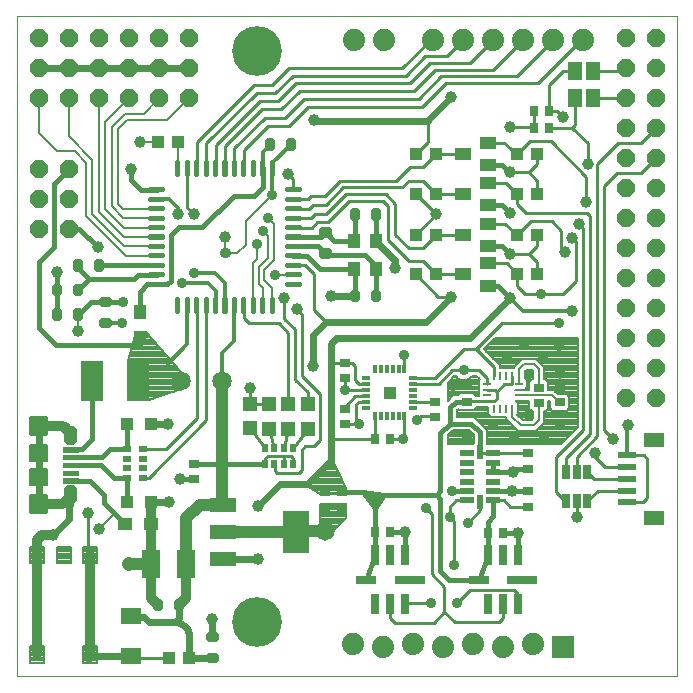
<source format=gtl>
G75*
G70*
%OFA0B0*%
%FSLAX24Y24*%
%IPPOS*%
%LPD*%
%AMOC8*
5,1,8,0,0,1.08239X$1,22.5*
%
%ADD10C,0.0000*%
%ADD11R,0.0118X0.0315*%
%ADD12R,0.0315X0.0118*%
%ADD13R,0.0394X0.0394*%
%ADD14R,0.0472X0.0197*%
%ADD15R,0.0197X0.0472*%
%ADD16R,0.0354X0.0276*%
%ADD17R,0.0276X0.0354*%
%ADD18R,0.0256X0.0110*%
%ADD19R,0.0110X0.0256*%
%ADD20R,0.0709X0.0472*%
%ADD21R,0.0610X0.0236*%
%ADD22C,0.0740*%
%ADD23OC8,0.0610*%
%ADD24R,0.0472X0.0472*%
%ADD25C,0.0283*%
%ADD26R,0.0748X0.1339*%
%ADD27R,0.0472X0.0394*%
%ADD28R,0.0256X0.0197*%
%ADD29R,0.0394X0.0472*%
%ADD30C,0.0142*%
%ADD31C,0.0394*%
%ADD32R,0.0630X0.0945*%
%ADD33C,0.0083*%
%ADD34R,0.0197X0.0256*%
%ADD35R,0.0413X0.0512*%
%ADD36R,0.0709X0.0551*%
%ADD37C,0.0122*%
%ADD38C,0.0320*%
%ADD39C,0.0016*%
%ADD40C,0.0060*%
%ADD41R,0.0984X0.0315*%
%ADD42R,0.0657X0.0315*%
%ADD43R,0.0315X0.0657*%
%ADD44R,0.0740X0.0740*%
%ADD45R,0.0460X0.0630*%
%ADD46OC8,0.0600*%
%ADD47R,0.0250X0.0500*%
%ADD48R,0.0551X0.0394*%
%ADD49R,0.0433X0.0394*%
%ADD50R,0.0880X0.0480*%
%ADD51R,0.0866X0.1417*%
%ADD52R,0.0394X0.0433*%
%ADD53C,0.0160*%
%ADD54C,0.0240*%
%ADD55C,0.0396*%
%ADD56C,0.0400*%
%ADD57C,0.0475*%
%ADD58C,0.0100*%
%ADD59C,0.0120*%
%ADD60C,0.0080*%
%ADD61C,0.0650*%
%ADD62C,0.0357*%
%ADD63C,0.1660*%
D10*
X000315Y002186D02*
X022315Y002186D01*
X022315Y024186D01*
X000315Y024186D01*
X000315Y002186D01*
X000812Y007856D02*
X000814Y007879D01*
X000820Y007902D01*
X000830Y007923D01*
X000843Y007943D01*
X000859Y007960D01*
X000878Y007974D01*
X000899Y007984D01*
X000921Y007991D01*
X000944Y007994D01*
X000968Y007993D01*
X000990Y007988D01*
X001012Y007979D01*
X001032Y007967D01*
X001050Y007951D01*
X001064Y007933D01*
X001076Y007913D01*
X001084Y007891D01*
X001088Y007868D01*
X001088Y007844D01*
X001084Y007821D01*
X001076Y007799D01*
X001064Y007779D01*
X001050Y007761D01*
X001032Y007745D01*
X001012Y007733D01*
X000990Y007724D01*
X000968Y007719D01*
X000944Y007718D01*
X000921Y007721D01*
X000899Y007728D01*
X000878Y007738D01*
X000859Y007752D01*
X000843Y007769D01*
X000830Y007789D01*
X000820Y007810D01*
X000814Y007833D01*
X000812Y007856D01*
X001012Y007856D02*
X001014Y007879D01*
X001020Y007902D01*
X001030Y007923D01*
X001043Y007943D01*
X001059Y007960D01*
X001078Y007974D01*
X001099Y007984D01*
X001121Y007991D01*
X001144Y007994D01*
X001168Y007993D01*
X001190Y007988D01*
X001212Y007979D01*
X001232Y007967D01*
X001250Y007951D01*
X001264Y007933D01*
X001276Y007913D01*
X001284Y007891D01*
X001288Y007868D01*
X001288Y007844D01*
X001284Y007821D01*
X001276Y007799D01*
X001264Y007779D01*
X001250Y007761D01*
X001232Y007745D01*
X001212Y007733D01*
X001190Y007724D01*
X001168Y007719D01*
X001144Y007718D01*
X001121Y007721D01*
X001099Y007728D01*
X001078Y007738D01*
X001059Y007752D01*
X001043Y007769D01*
X001030Y007789D01*
X001020Y007810D01*
X001014Y007833D01*
X001012Y007856D01*
X001972Y008206D02*
X001974Y008229D01*
X001980Y008252D01*
X001990Y008273D01*
X002003Y008293D01*
X002019Y008310D01*
X002038Y008324D01*
X002059Y008334D01*
X002081Y008341D01*
X002104Y008344D01*
X002128Y008343D01*
X002150Y008338D01*
X002172Y008329D01*
X002192Y008317D01*
X002210Y008301D01*
X002224Y008283D01*
X002236Y008263D01*
X002244Y008241D01*
X002248Y008218D01*
X002248Y008194D01*
X002244Y008171D01*
X002236Y008149D01*
X002224Y008129D01*
X002210Y008111D01*
X002192Y008095D01*
X002172Y008083D01*
X002150Y008074D01*
X002128Y008069D01*
X002104Y008068D01*
X002081Y008071D01*
X002059Y008078D01*
X002038Y008088D01*
X002019Y008102D01*
X002003Y008119D01*
X001990Y008139D01*
X001980Y008160D01*
X001974Y008183D01*
X001972Y008206D01*
X001972Y008306D02*
X001974Y008329D01*
X001980Y008352D01*
X001990Y008373D01*
X002003Y008393D01*
X002019Y008410D01*
X002038Y008424D01*
X002059Y008434D01*
X002081Y008441D01*
X002104Y008444D01*
X002128Y008443D01*
X002150Y008438D01*
X002172Y008429D01*
X002192Y008417D01*
X002210Y008401D01*
X002224Y008383D01*
X002236Y008363D01*
X002244Y008341D01*
X002248Y008318D01*
X002248Y008294D01*
X002244Y008271D01*
X002236Y008249D01*
X002224Y008229D01*
X002210Y008211D01*
X002192Y008195D01*
X002172Y008183D01*
X002150Y008174D01*
X002128Y008169D01*
X002104Y008168D01*
X002081Y008171D01*
X002059Y008178D01*
X002038Y008188D01*
X002019Y008202D01*
X002003Y008219D01*
X001990Y008239D01*
X001980Y008260D01*
X001974Y008283D01*
X001972Y008306D01*
X001972Y010166D02*
X001974Y010189D01*
X001980Y010212D01*
X001990Y010233D01*
X002003Y010253D01*
X002019Y010270D01*
X002038Y010284D01*
X002059Y010294D01*
X002081Y010301D01*
X002104Y010304D01*
X002128Y010303D01*
X002150Y010298D01*
X002172Y010289D01*
X002192Y010277D01*
X002210Y010261D01*
X002224Y010243D01*
X002236Y010223D01*
X002244Y010201D01*
X002248Y010178D01*
X002248Y010154D01*
X002244Y010131D01*
X002236Y010109D01*
X002224Y010089D01*
X002210Y010071D01*
X002192Y010055D01*
X002172Y010043D01*
X002150Y010034D01*
X002128Y010029D01*
X002104Y010028D01*
X002081Y010031D01*
X002059Y010038D01*
X002038Y010048D01*
X002019Y010062D01*
X002003Y010079D01*
X001990Y010099D01*
X001980Y010120D01*
X001974Y010143D01*
X001972Y010166D01*
X001972Y010266D02*
X001974Y010289D01*
X001980Y010312D01*
X001990Y010333D01*
X002003Y010353D01*
X002019Y010370D01*
X002038Y010384D01*
X002059Y010394D01*
X002081Y010401D01*
X002104Y010404D01*
X002128Y010403D01*
X002150Y010398D01*
X002172Y010389D01*
X002192Y010377D01*
X002210Y010361D01*
X002224Y010343D01*
X002236Y010323D01*
X002244Y010301D01*
X002248Y010278D01*
X002248Y010254D01*
X002244Y010231D01*
X002236Y010209D01*
X002224Y010189D01*
X002210Y010171D01*
X002192Y010155D01*
X002172Y010143D01*
X002150Y010134D01*
X002128Y010129D01*
X002104Y010128D01*
X002081Y010131D01*
X002059Y010138D01*
X002038Y010148D01*
X002019Y010162D01*
X002003Y010179D01*
X001990Y010199D01*
X001980Y010220D01*
X001974Y010243D01*
X001972Y010266D01*
X001012Y010616D02*
X001014Y010639D01*
X001020Y010662D01*
X001030Y010683D01*
X001043Y010703D01*
X001059Y010720D01*
X001078Y010734D01*
X001099Y010744D01*
X001121Y010751D01*
X001144Y010754D01*
X001168Y010753D01*
X001190Y010748D01*
X001212Y010739D01*
X001232Y010727D01*
X001250Y010711D01*
X001264Y010693D01*
X001276Y010673D01*
X001284Y010651D01*
X001288Y010628D01*
X001288Y010604D01*
X001284Y010581D01*
X001276Y010559D01*
X001264Y010539D01*
X001250Y010521D01*
X001232Y010505D01*
X001212Y010493D01*
X001190Y010484D01*
X001168Y010479D01*
X001144Y010478D01*
X001121Y010481D01*
X001099Y010488D01*
X001078Y010498D01*
X001059Y010512D01*
X001043Y010529D01*
X001030Y010549D01*
X001020Y010570D01*
X001014Y010593D01*
X001012Y010616D01*
X000812Y010616D02*
X000814Y010639D01*
X000820Y010662D01*
X000830Y010683D01*
X000843Y010703D01*
X000859Y010720D01*
X000878Y010734D01*
X000899Y010744D01*
X000921Y010751D01*
X000944Y010754D01*
X000968Y010753D01*
X000990Y010748D01*
X001012Y010739D01*
X001032Y010727D01*
X001050Y010711D01*
X001064Y010693D01*
X001076Y010673D01*
X001084Y010651D01*
X001088Y010628D01*
X001088Y010604D01*
X001084Y010581D01*
X001076Y010559D01*
X001064Y010539D01*
X001050Y010521D01*
X001032Y010505D01*
X001012Y010493D01*
X000990Y010484D01*
X000968Y010479D01*
X000944Y010478D01*
X000921Y010481D01*
X000899Y010488D01*
X000878Y010498D01*
X000859Y010512D01*
X000843Y010529D01*
X000830Y010549D01*
X000820Y010570D01*
X000814Y010593D01*
X000812Y010616D01*
D11*
X012263Y010854D03*
X012460Y010854D03*
X012657Y010854D03*
X012853Y010854D03*
X013050Y010854D03*
X013247Y010854D03*
X013247Y012429D03*
X013050Y012429D03*
X012853Y012429D03*
X012657Y012429D03*
X012460Y012429D03*
X012263Y012429D03*
D12*
X011968Y012133D03*
X011968Y011937D03*
X011968Y011740D03*
X011968Y011543D03*
X011968Y011346D03*
X011968Y011149D03*
X013542Y011149D03*
X013542Y011346D03*
X013542Y011543D03*
X013542Y011740D03*
X013542Y011937D03*
X013542Y012133D03*
D13*
X012755Y011641D03*
X004784Y010611D03*
X003996Y010611D03*
X003996Y007986D03*
X004784Y007986D03*
D14*
X015337Y008054D03*
X015337Y008369D03*
X015337Y008684D03*
X015337Y008999D03*
X015337Y009314D03*
X015337Y009629D03*
X016203Y009629D03*
X016203Y009314D03*
X016203Y008999D03*
X016203Y008684D03*
X016203Y008369D03*
X016203Y008054D03*
D15*
X015770Y008015D03*
X015770Y009668D03*
D16*
X017380Y009622D03*
X017380Y009110D03*
X017380Y008362D03*
X017380Y007850D03*
X017725Y011300D03*
X017725Y011812D03*
X018415Y011832D03*
X018415Y011320D03*
X015320Y011345D03*
X015320Y011857D03*
X014255Y011352D03*
X014255Y010840D03*
X011250Y010590D03*
X011250Y011102D03*
X011250Y012135D03*
X011250Y012647D03*
X011155Y008352D03*
X011155Y007840D03*
X010585Y007840D03*
X010585Y008352D03*
X006230Y008760D03*
X006230Y009272D03*
D17*
X012254Y010101D03*
X012766Y010101D03*
X012781Y006991D03*
X012269Y006991D03*
X016029Y006961D03*
X016541Y006961D03*
X017564Y020476D03*
X018076Y020476D03*
X018071Y021031D03*
X017559Y021031D03*
D18*
X017069Y011947D03*
X017069Y011750D03*
X017069Y011553D03*
X017069Y011356D03*
X015991Y011356D03*
X015991Y011553D03*
X015991Y011750D03*
X015991Y011947D03*
D19*
X016235Y012191D03*
X016432Y012191D03*
X016628Y012191D03*
X016825Y012191D03*
X016825Y011112D03*
X016628Y011112D03*
X016432Y011112D03*
X016235Y011112D03*
D20*
X021556Y010073D03*
X021556Y007475D03*
D21*
X020680Y007986D03*
X020680Y008380D03*
X020680Y008774D03*
X020680Y009167D03*
X020680Y009561D03*
D22*
X017540Y003261D03*
X016540Y003161D03*
X015540Y003261D03*
X014540Y003161D03*
X013540Y003261D03*
X012540Y003161D03*
X011540Y003261D03*
X011565Y023386D03*
X012565Y023386D03*
X014205Y023411D03*
X015205Y023411D03*
X016205Y023411D03*
X017205Y023411D03*
X018205Y023411D03*
X019205Y023411D03*
D23*
X002065Y019111D03*
X002065Y018111D03*
X002065Y017111D03*
X001065Y017111D03*
X001065Y018111D03*
X001065Y019111D03*
D24*
X008095Y011280D03*
X008735Y011275D03*
X009370Y011270D03*
X010015Y011265D03*
X010015Y010438D03*
X009370Y010443D03*
X008735Y010448D03*
X008095Y010453D03*
D25*
X011626Y014786D02*
X011626Y014936D01*
X011626Y014786D02*
X011554Y014786D01*
X011554Y014936D01*
X011626Y014936D01*
X012326Y014936D02*
X012326Y014786D01*
X012254Y014786D01*
X012254Y014936D01*
X012326Y014936D01*
X010540Y016250D02*
X010540Y016322D01*
X010690Y016322D01*
X010690Y016250D01*
X010540Y016250D01*
X010540Y016950D02*
X010540Y017022D01*
X010690Y017022D01*
X010690Y016950D01*
X010540Y016950D01*
X011626Y017511D02*
X011626Y017661D01*
X011626Y017511D02*
X011554Y017511D01*
X011554Y017661D01*
X011626Y017661D01*
X012326Y017661D02*
X012326Y017511D01*
X012254Y017511D01*
X012254Y017661D01*
X012326Y017661D01*
X009496Y019836D02*
X009496Y019986D01*
X009496Y019836D02*
X009424Y019836D01*
X009424Y019986D01*
X009496Y019986D01*
X008796Y019986D02*
X008796Y019836D01*
X008724Y019836D01*
X008724Y019986D01*
X008796Y019986D01*
X003360Y014712D02*
X003210Y014712D01*
X003360Y014712D02*
X003360Y014640D01*
X003210Y014640D01*
X003210Y014712D01*
X003210Y014012D02*
X003360Y014012D01*
X003360Y013940D01*
X003210Y013940D01*
X003210Y014012D01*
X002396Y014176D02*
X002324Y014176D01*
X002324Y014326D01*
X002396Y014326D01*
X002396Y014176D01*
X001696Y014176D02*
X001624Y014176D01*
X001624Y014326D01*
X001696Y014326D01*
X001696Y014176D01*
X001696Y015146D02*
X001624Y015146D01*
X001696Y015146D02*
X001696Y014996D01*
X001624Y014996D01*
X001624Y015146D01*
X002324Y015146D02*
X002396Y015146D01*
X002396Y014996D01*
X002324Y014996D01*
X002324Y015146D01*
X002396Y015816D02*
X002396Y015966D01*
X002396Y015816D02*
X002324Y015816D01*
X002324Y015966D01*
X002396Y015966D01*
X003096Y015966D02*
X003096Y015816D01*
X003024Y015816D01*
X003024Y015966D01*
X003096Y015966D01*
X005076Y004636D02*
X005076Y004486D01*
X005004Y004486D01*
X005004Y004636D01*
X005076Y004636D01*
X005776Y004636D02*
X005776Y004486D01*
X005704Y004486D01*
X005704Y004636D01*
X005776Y004636D01*
X006765Y003547D02*
X006915Y003547D01*
X006915Y003475D01*
X006765Y003475D01*
X006765Y003547D01*
X006765Y002847D02*
X006915Y002847D01*
X006915Y002775D01*
X006765Y002775D01*
X006765Y002847D01*
D26*
X004358Y012036D03*
X002822Y012036D03*
D27*
X003932Y007261D03*
X004798Y007261D03*
D28*
X004531Y008814D03*
X004531Y009129D03*
X004531Y009444D03*
X004531Y009759D03*
X003999Y009759D03*
X003999Y009444D03*
X003999Y009129D03*
X003999Y008814D03*
D29*
X004435Y013483D03*
X004435Y014349D03*
D30*
X005186Y015245D02*
X005186Y015279D01*
X005186Y015245D02*
X004778Y015245D01*
X004778Y015279D01*
X005186Y015279D01*
X005186Y015560D02*
X005186Y015594D01*
X005186Y015560D02*
X004778Y015560D01*
X004778Y015594D01*
X005186Y015594D01*
X005186Y015874D02*
X005186Y015908D01*
X005186Y015874D02*
X004778Y015874D01*
X004778Y015908D01*
X005186Y015908D01*
X005186Y016189D02*
X005186Y016223D01*
X005186Y016189D02*
X004778Y016189D01*
X004778Y016223D01*
X005186Y016223D01*
X005186Y016504D02*
X005186Y016538D01*
X005186Y016504D02*
X004778Y016504D01*
X004778Y016538D01*
X005186Y016538D01*
X005186Y016819D02*
X005186Y016853D01*
X005186Y016819D02*
X004778Y016819D01*
X004778Y016853D01*
X005186Y016853D01*
X005186Y017134D02*
X005186Y017168D01*
X005186Y017134D02*
X004778Y017134D01*
X004778Y017168D01*
X005186Y017168D01*
X005186Y017449D02*
X005186Y017483D01*
X005186Y017449D02*
X004778Y017449D01*
X004778Y017483D01*
X005186Y017483D01*
X005186Y017764D02*
X005186Y017798D01*
X005186Y017764D02*
X004778Y017764D01*
X004778Y017798D01*
X005186Y017798D01*
X005186Y018079D02*
X005186Y018113D01*
X005186Y018079D02*
X004778Y018079D01*
X004778Y018113D01*
X005186Y018113D01*
X005186Y018394D02*
X005186Y018428D01*
X005186Y018394D02*
X004778Y018394D01*
X004778Y018428D01*
X005186Y018428D01*
X005707Y018916D02*
X005707Y019324D01*
X005707Y018916D02*
X005673Y018916D01*
X005673Y019324D01*
X005707Y019324D01*
X005707Y019057D02*
X005673Y019057D01*
X005673Y019198D02*
X005707Y019198D01*
X006022Y019324D02*
X006022Y018916D01*
X005988Y018916D01*
X005988Y019324D01*
X006022Y019324D01*
X006022Y019057D02*
X005988Y019057D01*
X005988Y019198D02*
X006022Y019198D01*
X006337Y019324D02*
X006337Y018916D01*
X006303Y018916D01*
X006303Y019324D01*
X006337Y019324D01*
X006337Y019057D02*
X006303Y019057D01*
X006303Y019198D02*
X006337Y019198D01*
X006652Y019324D02*
X006652Y018916D01*
X006618Y018916D01*
X006618Y019324D01*
X006652Y019324D01*
X006652Y019057D02*
X006618Y019057D01*
X006618Y019198D02*
X006652Y019198D01*
X006967Y019324D02*
X006967Y018916D01*
X006933Y018916D01*
X006933Y019324D01*
X006967Y019324D01*
X006967Y019057D02*
X006933Y019057D01*
X006933Y019198D02*
X006967Y019198D01*
X007282Y019324D02*
X007282Y018916D01*
X007248Y018916D01*
X007248Y019324D01*
X007282Y019324D01*
X007282Y019057D02*
X007248Y019057D01*
X007248Y019198D02*
X007282Y019198D01*
X007597Y019324D02*
X007597Y018916D01*
X007563Y018916D01*
X007563Y019324D01*
X007597Y019324D01*
X007597Y019057D02*
X007563Y019057D01*
X007563Y019198D02*
X007597Y019198D01*
X007912Y019324D02*
X007912Y018916D01*
X007878Y018916D01*
X007878Y019324D01*
X007912Y019324D01*
X007912Y019057D02*
X007878Y019057D01*
X007878Y019198D02*
X007912Y019198D01*
X008227Y019324D02*
X008227Y018916D01*
X008193Y018916D01*
X008193Y019324D01*
X008227Y019324D01*
X008227Y019057D02*
X008193Y019057D01*
X008193Y019198D02*
X008227Y019198D01*
X008542Y019324D02*
X008542Y018916D01*
X008508Y018916D01*
X008508Y019324D01*
X008542Y019324D01*
X008542Y019057D02*
X008508Y019057D01*
X008508Y019198D02*
X008542Y019198D01*
X008857Y019324D02*
X008857Y018916D01*
X008823Y018916D01*
X008823Y019324D01*
X008857Y019324D01*
X008857Y019057D02*
X008823Y019057D01*
X008823Y019198D02*
X008857Y019198D01*
X009752Y018428D02*
X009752Y018394D01*
X009344Y018394D01*
X009344Y018428D01*
X009752Y018428D01*
X009752Y018113D02*
X009752Y018079D01*
X009344Y018079D01*
X009344Y018113D01*
X009752Y018113D01*
X009752Y017798D02*
X009752Y017764D01*
X009344Y017764D01*
X009344Y017798D01*
X009752Y017798D01*
X009752Y017483D02*
X009752Y017449D01*
X009344Y017449D01*
X009344Y017483D01*
X009752Y017483D01*
X009752Y017168D02*
X009752Y017134D01*
X009344Y017134D01*
X009344Y017168D01*
X009752Y017168D01*
X009752Y016853D02*
X009752Y016819D01*
X009344Y016819D01*
X009344Y016853D01*
X009752Y016853D01*
X009752Y016538D02*
X009752Y016504D01*
X009344Y016504D01*
X009344Y016538D01*
X009752Y016538D01*
X009752Y016223D02*
X009752Y016189D01*
X009344Y016189D01*
X009344Y016223D01*
X009752Y016223D01*
X009752Y015908D02*
X009752Y015874D01*
X009344Y015874D01*
X009344Y015908D01*
X009752Y015908D01*
X009752Y015594D02*
X009752Y015560D01*
X009344Y015560D01*
X009344Y015594D01*
X009752Y015594D01*
X009752Y015279D02*
X009752Y015245D01*
X009344Y015245D01*
X009344Y015279D01*
X009752Y015279D01*
X008857Y014757D02*
X008857Y014349D01*
X008823Y014349D01*
X008823Y014757D01*
X008857Y014757D01*
X008857Y014490D02*
X008823Y014490D01*
X008823Y014631D02*
X008857Y014631D01*
X008542Y014757D02*
X008542Y014349D01*
X008508Y014349D01*
X008508Y014757D01*
X008542Y014757D01*
X008542Y014490D02*
X008508Y014490D01*
X008508Y014631D02*
X008542Y014631D01*
X008227Y014757D02*
X008227Y014349D01*
X008193Y014349D01*
X008193Y014757D01*
X008227Y014757D01*
X008227Y014490D02*
X008193Y014490D01*
X008193Y014631D02*
X008227Y014631D01*
X007912Y014757D02*
X007912Y014349D01*
X007878Y014349D01*
X007878Y014757D01*
X007912Y014757D01*
X007912Y014490D02*
X007878Y014490D01*
X007878Y014631D02*
X007912Y014631D01*
X007597Y014757D02*
X007597Y014349D01*
X007563Y014349D01*
X007563Y014757D01*
X007597Y014757D01*
X007597Y014490D02*
X007563Y014490D01*
X007563Y014631D02*
X007597Y014631D01*
X007282Y014757D02*
X007282Y014349D01*
X007248Y014349D01*
X007248Y014757D01*
X007282Y014757D01*
X007282Y014490D02*
X007248Y014490D01*
X007248Y014631D02*
X007282Y014631D01*
X006967Y014757D02*
X006967Y014349D01*
X006933Y014349D01*
X006933Y014757D01*
X006967Y014757D01*
X006967Y014490D02*
X006933Y014490D01*
X006933Y014631D02*
X006967Y014631D01*
X006652Y014757D02*
X006652Y014349D01*
X006618Y014349D01*
X006618Y014757D01*
X006652Y014757D01*
X006652Y014490D02*
X006618Y014490D01*
X006618Y014631D02*
X006652Y014631D01*
X006337Y014757D02*
X006337Y014349D01*
X006303Y014349D01*
X006303Y014757D01*
X006337Y014757D01*
X006337Y014490D02*
X006303Y014490D01*
X006303Y014631D02*
X006337Y014631D01*
X006022Y014757D02*
X006022Y014349D01*
X005988Y014349D01*
X005988Y014757D01*
X006022Y014757D01*
X006022Y014490D02*
X005988Y014490D01*
X005988Y014631D02*
X006022Y014631D01*
X005707Y014757D02*
X005707Y014349D01*
X005673Y014349D01*
X005673Y014757D01*
X005707Y014757D01*
X005707Y014490D02*
X005673Y014490D01*
X005673Y014631D02*
X005707Y014631D01*
D31*
X007265Y016836D03*
D32*
X005981Y005936D03*
X004799Y005936D03*
D33*
X002537Y005956D02*
X002537Y006504D01*
X003005Y006504D01*
X003005Y005956D01*
X002537Y005956D01*
X002537Y006038D02*
X003005Y006038D01*
X003005Y006120D02*
X002537Y006120D01*
X002537Y006202D02*
X003005Y006202D01*
X003005Y006284D02*
X002537Y006284D01*
X002537Y006366D02*
X003005Y006366D01*
X003005Y006448D02*
X002537Y006448D01*
X001651Y006504D02*
X001651Y005956D01*
X001651Y006504D02*
X002119Y006504D01*
X002119Y005956D01*
X001651Y005956D01*
X001651Y006038D02*
X002119Y006038D01*
X002119Y006120D02*
X001651Y006120D01*
X001651Y006202D02*
X002119Y006202D01*
X002119Y006284D02*
X001651Y006284D01*
X001651Y006366D02*
X002119Y006366D01*
X002119Y006448D02*
X001651Y006448D01*
X000765Y006504D02*
X000765Y005956D01*
X000765Y006504D02*
X001233Y006504D01*
X001233Y005956D01*
X000765Y005956D01*
X000765Y006038D02*
X001233Y006038D01*
X001233Y006120D02*
X000765Y006120D01*
X000765Y006202D02*
X001233Y006202D01*
X001233Y006284D02*
X000765Y006284D01*
X000765Y006366D02*
X001233Y006366D01*
X001233Y006448D02*
X000765Y006448D01*
X000765Y003197D02*
X000765Y002649D01*
X000765Y003197D02*
X001233Y003197D01*
X001233Y002649D01*
X000765Y002649D01*
X000765Y002731D02*
X001233Y002731D01*
X001233Y002813D02*
X000765Y002813D01*
X000765Y002895D02*
X001233Y002895D01*
X001233Y002977D02*
X000765Y002977D01*
X000765Y003059D02*
X001233Y003059D01*
X001233Y003141D02*
X000765Y003141D01*
X002537Y003197D02*
X002537Y002649D01*
X002537Y003197D02*
X003005Y003197D01*
X003005Y002649D01*
X002537Y002649D01*
X002537Y002731D02*
X003005Y002731D01*
X003005Y002813D02*
X002537Y002813D01*
X002537Y002895D02*
X003005Y002895D01*
X003005Y002977D02*
X002537Y002977D01*
X002537Y003059D02*
X003005Y003059D01*
X003005Y003141D02*
X002537Y003141D01*
D34*
X008598Y009281D03*
X008913Y009281D03*
X009227Y009281D03*
X009542Y009281D03*
X009542Y009812D03*
X009227Y009812D03*
X008913Y009812D03*
X008598Y009812D03*
D35*
X011576Y015784D03*
X012304Y015784D03*
X012304Y016689D03*
X011576Y016689D03*
D36*
X004115Y004206D03*
X004115Y002867D03*
D37*
X000806Y007672D02*
X000806Y008200D01*
X001294Y008200D01*
X001294Y007672D01*
X000806Y007672D01*
X000806Y007793D02*
X001294Y007793D01*
X001294Y007914D02*
X000806Y007914D01*
X000806Y008035D02*
X001294Y008035D01*
X001294Y008156D02*
X000806Y008156D01*
X000806Y010272D02*
X000806Y010800D01*
X001294Y010800D01*
X001294Y010272D01*
X000806Y010272D01*
X000806Y010393D02*
X001294Y010393D01*
X001294Y010514D02*
X000806Y010514D01*
X000806Y010635D02*
X001294Y010635D01*
X001294Y010756D02*
X000806Y010756D01*
D38*
X001050Y010536D02*
X001630Y010536D01*
X001667Y010542D01*
X001705Y010544D01*
X001743Y010543D01*
X001780Y010538D01*
X001817Y010530D01*
X001853Y010518D01*
X001887Y010503D01*
X001920Y010486D01*
X001952Y010465D01*
X001981Y010441D01*
X002008Y010415D01*
X002032Y010386D01*
X002054Y010355D01*
X002073Y010322D01*
X002089Y010288D01*
X002101Y010253D01*
X002110Y010216D01*
X002070Y010076D02*
X002070Y010356D01*
X002150Y010356D01*
X002150Y010076D01*
X002070Y010076D01*
X002110Y008256D02*
X002101Y008219D01*
X002089Y008184D01*
X002073Y008150D01*
X002054Y008117D01*
X002032Y008086D01*
X002008Y008057D01*
X001981Y008031D01*
X001952Y008007D01*
X001920Y007986D01*
X001887Y007969D01*
X001853Y007954D01*
X001817Y007942D01*
X001780Y007934D01*
X001743Y007929D01*
X001705Y007928D01*
X001667Y007930D01*
X001630Y007936D01*
X001050Y007936D01*
X001160Y006911D02*
X001540Y006911D01*
X001160Y006911D02*
X000989Y006741D01*
X000999Y006230D01*
X000999Y002923D01*
X002717Y002817D02*
X002771Y002923D01*
X002771Y006230D01*
X002070Y008116D02*
X002070Y008396D01*
X002150Y008396D01*
X002150Y008116D01*
X002070Y008116D01*
X004784Y007986D02*
X004798Y007972D01*
X004798Y007261D01*
X004798Y005938D01*
X004799Y005936D01*
X004799Y004802D01*
X005040Y004561D01*
X005740Y004561D02*
X005981Y004802D01*
X005981Y005936D01*
X004358Y012036D02*
X004365Y012044D01*
X004382Y012050D01*
X004398Y012059D01*
X004411Y012070D01*
X004423Y012085D01*
X004431Y012101D01*
X004436Y012118D01*
X004437Y012136D01*
X004435Y012154D01*
D39*
X001853Y009828D02*
X001853Y009684D01*
X001853Y009828D02*
X002367Y009828D01*
X002367Y009684D01*
X001853Y009684D01*
X001853Y009699D02*
X002367Y009699D01*
X002367Y009714D02*
X001853Y009714D01*
X001853Y009729D02*
X002367Y009729D01*
X002367Y009744D02*
X001853Y009744D01*
X001853Y009759D02*
X002367Y009759D01*
X002367Y009774D02*
X001853Y009774D01*
X001853Y009789D02*
X002367Y009789D01*
X002367Y009804D02*
X001853Y009804D01*
X001853Y009819D02*
X002367Y009819D01*
X001853Y009568D02*
X001853Y009424D01*
X001853Y009568D02*
X002367Y009568D01*
X002367Y009424D01*
X001853Y009424D01*
X001853Y009439D02*
X002367Y009439D01*
X002367Y009454D02*
X001853Y009454D01*
X001853Y009469D02*
X002367Y009469D01*
X002367Y009484D02*
X001853Y009484D01*
X001853Y009499D02*
X002367Y009499D01*
X002367Y009514D02*
X001853Y009514D01*
X001853Y009529D02*
X002367Y009529D01*
X002367Y009544D02*
X001853Y009544D01*
X001853Y009559D02*
X002367Y009559D01*
X001853Y009308D02*
X001853Y009164D01*
X001853Y009308D02*
X002367Y009308D01*
X002367Y009164D01*
X001853Y009164D01*
X001853Y009179D02*
X002367Y009179D01*
X002367Y009194D02*
X001853Y009194D01*
X001853Y009209D02*
X002367Y009209D01*
X002367Y009224D02*
X001853Y009224D01*
X001853Y009239D02*
X002367Y009239D01*
X002367Y009254D02*
X001853Y009254D01*
X001853Y009269D02*
X002367Y009269D01*
X002367Y009284D02*
X001853Y009284D01*
X001853Y009299D02*
X002367Y009299D01*
X001853Y009048D02*
X001853Y008904D01*
X001853Y009048D02*
X002367Y009048D01*
X002367Y008904D01*
X001853Y008904D01*
X001853Y008919D02*
X002367Y008919D01*
X002367Y008934D02*
X001853Y008934D01*
X001853Y008949D02*
X002367Y008949D01*
X002367Y008964D02*
X001853Y008964D01*
X001853Y008979D02*
X002367Y008979D01*
X002367Y008994D02*
X001853Y008994D01*
X001853Y009009D02*
X002367Y009009D01*
X002367Y009024D02*
X001853Y009024D01*
X001853Y009039D02*
X002367Y009039D01*
X001853Y008788D02*
X001853Y008644D01*
X001853Y008788D02*
X002367Y008788D01*
X002367Y008644D01*
X001853Y008644D01*
X001853Y008659D02*
X002367Y008659D01*
X002367Y008674D02*
X001853Y008674D01*
X001853Y008689D02*
X002367Y008689D01*
X002367Y008704D02*
X001853Y008704D01*
X001853Y008719D02*
X002367Y008719D01*
X002367Y008734D02*
X001853Y008734D01*
X001853Y008749D02*
X002367Y008749D01*
X002367Y008764D02*
X001853Y008764D01*
X001853Y008779D02*
X002367Y008779D01*
D40*
X000780Y008566D02*
X000780Y009106D01*
X001320Y009106D01*
X001320Y008566D01*
X000780Y008566D01*
X000780Y008625D02*
X001320Y008625D01*
X001320Y008684D02*
X000780Y008684D01*
X000780Y008743D02*
X001320Y008743D01*
X001320Y008802D02*
X000780Y008802D01*
X000780Y008861D02*
X001320Y008861D01*
X001320Y008920D02*
X000780Y008920D01*
X000780Y008979D02*
X001320Y008979D01*
X001320Y009038D02*
X000780Y009038D01*
X000780Y009097D02*
X001320Y009097D01*
X000780Y009366D02*
X000780Y009906D01*
X001320Y009906D01*
X001320Y009366D01*
X000780Y009366D01*
X000780Y009425D02*
X001320Y009425D01*
X001320Y009484D02*
X000780Y009484D01*
X000780Y009543D02*
X001320Y009543D01*
X001320Y009602D02*
X000780Y009602D01*
X000780Y009661D02*
X001320Y009661D01*
X001320Y009720D02*
X000780Y009720D01*
X000780Y009779D02*
X001320Y009779D01*
X001320Y009838D02*
X000780Y009838D01*
X000780Y009897D02*
X001320Y009897D01*
D41*
X013415Y005411D03*
X017180Y005411D03*
D42*
X015717Y005411D03*
X011952Y005411D03*
D43*
X012265Y006224D03*
X012765Y006224D03*
X013265Y006224D03*
X013265Y004598D03*
X012765Y004598D03*
X012265Y004598D03*
X016030Y004598D03*
X016530Y004598D03*
X017030Y004598D03*
X017030Y006224D03*
X016530Y006224D03*
X016030Y006224D03*
D44*
X018540Y003161D03*
D45*
X018940Y021461D03*
X019540Y021461D03*
X019540Y022361D03*
X018940Y022361D03*
D46*
X020615Y022461D03*
X020615Y021461D03*
X020615Y020461D03*
X020615Y019461D03*
X020615Y018461D03*
X020615Y017461D03*
X020615Y016461D03*
X020615Y015461D03*
X020615Y014461D03*
X020615Y013461D03*
X020615Y012461D03*
X020615Y011461D03*
X021615Y011461D03*
X021615Y012461D03*
X021615Y013461D03*
X021615Y014461D03*
X021615Y015461D03*
X021615Y016461D03*
X021615Y017461D03*
X021615Y018461D03*
X021615Y019461D03*
X021615Y020461D03*
X021615Y021461D03*
X021615Y022461D03*
X021615Y023461D03*
X020615Y023461D03*
X006065Y023461D03*
X006065Y022461D03*
X006065Y021461D03*
X005065Y021461D03*
X004065Y021461D03*
X004065Y022461D03*
X005065Y022461D03*
X005065Y023461D03*
X004065Y023461D03*
X003065Y023461D03*
X003065Y022461D03*
X003065Y021461D03*
X002065Y021461D03*
X002065Y022461D03*
X002065Y023461D03*
X001065Y023461D03*
X001065Y022461D03*
X001065Y021461D03*
D47*
X018640Y008986D03*
X018990Y008986D03*
X019340Y008986D03*
X019340Y008036D03*
X018990Y008036D03*
X018640Y008036D03*
D48*
X016048Y015212D03*
X016048Y015960D03*
X016048Y016537D03*
X016048Y017285D03*
X016048Y017887D03*
X016048Y018635D03*
X016048Y019237D03*
X016048Y019985D03*
X015182Y019611D03*
X015182Y018261D03*
X015182Y016911D03*
X015182Y015586D03*
D49*
X014300Y015586D03*
X013630Y015586D03*
X013630Y016911D03*
X014300Y016911D03*
X014300Y018261D03*
X013630Y018261D03*
X013630Y019611D03*
X014300Y019611D03*
X017005Y019611D03*
X017675Y019611D03*
X017675Y018261D03*
X017005Y018261D03*
X017005Y016911D03*
X017675Y016911D03*
X017675Y015586D03*
X017005Y015586D03*
D50*
X007185Y007916D03*
X007185Y007006D03*
X007185Y006096D03*
D51*
X009625Y007006D03*
D52*
X006075Y002811D03*
X005405Y002811D03*
X005690Y019991D03*
X005020Y019991D03*
D53*
X004145Y019106D02*
X004145Y018746D01*
X004480Y018411D01*
X004982Y018411D01*
X005735Y017166D02*
X006505Y017166D01*
X007555Y018216D01*
X008225Y018216D01*
X008525Y018516D01*
X008525Y019120D01*
X009548Y016836D02*
X010465Y016836D01*
X010615Y016986D01*
X010912Y016689D01*
X011576Y016689D01*
X011590Y016703D01*
X011590Y017586D01*
X012290Y017586D02*
X012290Y016703D01*
X012304Y016689D01*
X011940Y016236D02*
X012304Y015872D01*
X012304Y015784D01*
X012290Y015769D01*
X012290Y014861D01*
X011590Y014861D02*
X011590Y015769D01*
X011576Y015784D01*
X010418Y015784D01*
X009995Y016206D01*
X009548Y016206D01*
X009548Y016521D02*
X010380Y016521D01*
X010615Y016286D01*
X010665Y016236D01*
X011940Y016236D01*
X016048Y016537D02*
X016494Y016537D01*
X016755Y016276D01*
X016349Y015212D02*
X016048Y015212D01*
X016349Y015212D02*
X016755Y014806D01*
X016755Y017626D02*
X016494Y017887D01*
X016048Y017887D01*
X016755Y018986D02*
X016504Y019237D01*
X016048Y019237D01*
X015320Y011345D02*
X014964Y011345D01*
X014775Y011156D01*
X014775Y010616D01*
X015475Y010616D01*
X015770Y010321D01*
X015770Y009668D01*
X016203Y009314D02*
X016203Y008999D01*
X016703Y008999D01*
X016865Y008996D02*
X016979Y009110D01*
X017380Y009110D01*
X017346Y008366D02*
X016845Y008366D01*
X016672Y008369D01*
X016203Y008369D01*
X016203Y008054D02*
X016203Y007524D01*
X016029Y007350D01*
X016029Y006961D01*
X016030Y006224D01*
X015717Y005411D01*
X014730Y005411D01*
X014445Y005696D01*
X014445Y008116D01*
X014325Y008236D01*
X012553Y008236D01*
X012269Y007812D01*
X012269Y006991D01*
X012265Y006987D01*
X012265Y006224D01*
X011952Y005411D01*
X013265Y006224D02*
X013265Y006986D01*
X013275Y006996D01*
X013270Y006991D01*
X012781Y006991D01*
X012275Y007816D02*
X012545Y008236D01*
X012555Y008236D01*
X011875Y008346D01*
X012275Y007816D01*
X012324Y007892D02*
X012218Y007892D01*
X012098Y008051D02*
X012426Y008051D01*
X012528Y008209D02*
X011978Y008209D01*
X011875Y008346D02*
X011161Y008346D01*
X011155Y008352D01*
X008598Y009281D02*
X007199Y009281D01*
X007199Y009280D02*
X007188Y009278D01*
X007179Y009274D01*
X007171Y009266D01*
X007167Y009257D01*
X007165Y009246D01*
X007141Y009272D02*
X007165Y009296D01*
X007141Y009272D02*
X006230Y009272D01*
X005771Y008760D02*
X005765Y008766D01*
X005771Y008760D02*
X006230Y008760D01*
X003999Y008814D02*
X003999Y007989D01*
X003996Y007986D01*
X003626Y007567D02*
X003932Y007261D01*
X003626Y007567D02*
X003240Y007953D01*
X003240Y008236D01*
X002760Y008716D01*
X002110Y008716D01*
X002110Y009236D02*
X003140Y009236D01*
X003562Y008814D01*
X003999Y008814D01*
X003150Y009496D02*
X003415Y009761D01*
X003997Y009761D01*
X003999Y009759D01*
X003996Y009762D01*
X003996Y010611D01*
X003150Y009496D02*
X002110Y009496D01*
X002110Y009756D02*
X002485Y009756D01*
X002822Y010094D01*
X002822Y012036D01*
X001645Y013236D02*
X004415Y013236D01*
X004435Y013256D01*
X004435Y014349D02*
X004435Y015016D01*
X004680Y015261D01*
X004981Y015261D01*
X004982Y015262D01*
X005330Y015262D01*
X005455Y015376D01*
X005455Y016896D01*
X005735Y017166D01*
X004982Y015891D02*
X003560Y015891D01*
X003060Y015891D01*
X002725Y015436D02*
X002360Y015801D01*
X002360Y015891D01*
X002725Y015436D02*
X004215Y015436D01*
X004355Y015577D01*
X004982Y015577D01*
X003855Y014676D02*
X003285Y014676D01*
X002785Y014676D01*
X002360Y014251D01*
X001660Y014251D02*
X001660Y015071D01*
X001660Y015661D01*
X001655Y015666D01*
X001065Y015996D02*
X001565Y016496D01*
X001565Y018606D01*
X002065Y019106D01*
X002065Y019111D01*
X002065Y017111D02*
X002390Y017111D01*
X003015Y016486D01*
X002725Y015436D02*
X002360Y015071D01*
X001065Y015996D02*
X001065Y013816D01*
X001645Y013236D01*
X014325Y008236D02*
X014445Y008356D01*
X014445Y010286D01*
X014775Y010616D01*
X014848Y008369D02*
X015337Y008369D01*
X014848Y008369D02*
X014842Y008371D01*
X014836Y008372D01*
X014830Y008370D01*
X014825Y008366D01*
X016541Y006961D02*
X016556Y006976D01*
X017025Y006976D01*
X017025Y006229D01*
X017030Y006224D01*
X017346Y008366D02*
X017380Y008362D01*
D54*
X015435Y013456D02*
X014565Y013456D01*
X010965Y013456D01*
X010785Y013276D01*
X010785Y012636D01*
X010785Y010066D01*
X010785Y009386D01*
X009985Y008586D01*
X009085Y008586D01*
X008375Y007876D01*
X008375Y006096D02*
X007185Y006096D01*
X005740Y004561D02*
X005735Y004556D01*
X005735Y004136D01*
X005595Y003996D01*
X004725Y003996D01*
X004566Y004156D01*
X004115Y004206D01*
X004115Y002867D02*
X002767Y002867D01*
X002717Y002817D01*
X005595Y003997D02*
X005637Y003995D01*
X005678Y003990D01*
X005719Y003981D01*
X005759Y003968D01*
X005798Y003952D01*
X005835Y003933D01*
X005870Y003910D01*
X005904Y003885D01*
X005934Y003856D01*
X005963Y003826D01*
X005988Y003792D01*
X006011Y003757D01*
X006030Y003720D01*
X006046Y003681D01*
X006059Y003641D01*
X006068Y003600D01*
X006073Y003559D01*
X006075Y003517D01*
X006075Y002811D01*
X006840Y002811D01*
X006840Y003511D02*
X006840Y004091D01*
X006839Y004093D01*
X006838Y004095D01*
X006835Y004096D01*
X005385Y007986D02*
X004784Y007986D01*
X004784Y010611D02*
X005360Y010611D01*
X005363Y010612D01*
X005364Y010614D01*
X005365Y010616D01*
X002110Y008256D02*
X002080Y007451D01*
X001540Y006911D01*
X001050Y007936D02*
X001050Y008836D01*
X001050Y009636D01*
X001050Y010536D01*
X000890Y010561D01*
X010195Y012546D02*
X010195Y013576D01*
X010615Y013996D01*
X013965Y013996D01*
X014805Y014836D01*
X015435Y013456D02*
X016755Y014806D01*
X012915Y015786D02*
X012915Y016061D01*
X012304Y016672D01*
X012304Y016689D01*
X011590Y014861D02*
X010790Y014861D01*
X010235Y020706D02*
X014015Y020706D01*
X014015Y020726D02*
X014805Y021516D01*
X016735Y020496D02*
X016745Y020486D01*
X016765Y020486D01*
X010235Y020706D02*
X010215Y020726D01*
X006085Y022466D02*
X006080Y022461D01*
X005065Y022461D01*
X004070Y022466D02*
X006085Y022466D01*
X004070Y022466D02*
X004065Y022461D01*
X003065Y022461D01*
X002065Y022461D01*
X001065Y022461D01*
D55*
X004145Y019106D03*
X004425Y019986D03*
X005695Y017586D03*
X006215Y017586D03*
X003015Y016486D03*
X001655Y015666D03*
X002365Y013686D03*
X005365Y010616D03*
X005765Y008766D03*
X005385Y007986D03*
X003075Y007116D03*
X002705Y007646D03*
X001540Y006911D03*
X006835Y004096D03*
X008375Y006096D03*
X008375Y007876D03*
X008095Y011796D03*
X010195Y012546D03*
X009655Y014426D03*
X009245Y014806D03*
X010790Y014861D03*
X012915Y015786D03*
X014805Y014836D03*
X016755Y014806D03*
X016755Y016276D03*
X016755Y017626D03*
X016755Y018986D03*
X016765Y020486D03*
X018545Y020826D03*
X019355Y019266D03*
X019305Y017996D03*
X019065Y017266D03*
X018845Y016806D03*
X018595Y016346D03*
X018825Y014366D03*
X020695Y010576D03*
X020190Y010111D03*
X019590Y009636D03*
X018990Y007486D03*
X017025Y006976D03*
X016845Y008366D03*
X016865Y008996D03*
X013275Y006996D03*
X014305Y017596D03*
X014805Y021516D03*
X010215Y020726D03*
X009365Y018936D03*
D56*
X007165Y012046D02*
X007165Y009296D01*
X007165Y009246D01*
X007165Y007936D01*
X007185Y007916D01*
X006425Y007916D01*
X005965Y007456D01*
X005965Y005952D01*
X005981Y005936D01*
X004799Y005936D02*
X004065Y005936D01*
X004799Y007260D02*
X004798Y007261D01*
X007185Y007006D02*
X009625Y007006D01*
X009645Y007026D01*
X010585Y007026D01*
D57*
X004065Y005936D03*
D58*
X002771Y006230D02*
X002705Y006266D01*
X002705Y007646D01*
X004531Y008814D02*
X004723Y008814D01*
X006635Y010726D01*
X006635Y014553D01*
X006320Y014553D02*
X006320Y010801D01*
X005285Y009766D01*
X004538Y009766D01*
X004538Y009767D02*
X004534Y009766D01*
X004531Y009763D01*
X004530Y009759D01*
X008095Y010453D02*
X008598Y009812D01*
X008745Y009546D02*
X009225Y009546D01*
X009225Y009283D01*
X009225Y009282D01*
X009226Y009281D01*
X009227Y009281D01*
X009385Y009546D02*
X009407Y009544D01*
X009429Y009540D01*
X009450Y009532D01*
X009470Y009521D01*
X009488Y009508D01*
X009504Y009492D01*
X009517Y009474D01*
X009528Y009454D01*
X009536Y009433D01*
X009540Y009411D01*
X009542Y009389D01*
X009542Y009281D01*
X009385Y009546D02*
X009225Y009546D01*
X009227Y009812D02*
X009370Y010443D01*
X008735Y010448D02*
X008913Y009812D01*
X008745Y009546D02*
X008722Y009544D01*
X008700Y009539D01*
X008678Y009530D01*
X008659Y009518D01*
X008641Y009503D01*
X008626Y009485D01*
X008614Y009466D01*
X008605Y009444D01*
X008600Y009422D01*
X008598Y009399D01*
X008598Y009281D01*
X008913Y009281D02*
X008915Y009278D01*
X008915Y009036D01*
X008985Y008966D01*
X009715Y008966D01*
X009815Y009066D01*
X009815Y009726D01*
X009945Y009856D01*
X010225Y009856D01*
X010435Y010066D01*
X010435Y011606D01*
X009835Y012206D01*
X009835Y014246D01*
X009655Y014426D01*
X009245Y014116D02*
X009605Y013756D01*
X009605Y012066D01*
X010015Y011656D01*
X010015Y011265D01*
X009370Y011270D02*
X009370Y013651D01*
X009065Y013956D01*
X008075Y013956D01*
X007895Y014136D01*
X007895Y014553D01*
X009245Y014806D02*
X009245Y014116D01*
X010225Y014386D02*
X010225Y015596D01*
X009930Y015891D01*
X009548Y015891D01*
X009548Y017151D02*
X010155Y017151D01*
X010340Y017336D01*
X010690Y017336D01*
X011390Y018036D01*
X012515Y018036D01*
X012690Y017861D01*
X012690Y016736D01*
X013390Y016036D01*
X013850Y016036D01*
X014300Y015586D01*
X015182Y015586D01*
X014805Y014836D02*
X014380Y014836D01*
X013630Y015586D01*
X013850Y016461D02*
X013390Y016461D01*
X012940Y016911D01*
X012940Y017936D01*
X012615Y018261D01*
X011290Y018261D01*
X010640Y017611D01*
X010265Y017611D01*
X010120Y017466D01*
X009548Y017466D01*
X009548Y017781D02*
X010060Y017781D01*
X010190Y017911D01*
X010615Y017911D01*
X011190Y018486D01*
X013165Y018486D01*
X013390Y018711D01*
X013850Y018711D01*
X014300Y018261D01*
X015182Y018261D01*
X016048Y018635D02*
X016631Y018635D01*
X017005Y018261D01*
X017005Y017926D01*
X017285Y017646D01*
X019315Y017646D01*
X019435Y017526D01*
X019435Y010266D01*
X018640Y009471D01*
X018640Y008986D01*
X018990Y008986D02*
X018990Y009511D01*
X019665Y010186D01*
X019665Y019261D01*
X020365Y019961D01*
X021115Y019961D01*
X021615Y020461D01*
X021615Y019461D02*
X021115Y018961D01*
X020315Y018961D01*
X019885Y018531D01*
X019885Y010416D01*
X020190Y010111D01*
X019590Y009636D02*
X019590Y009511D01*
X019940Y009161D01*
X020684Y009161D01*
X020680Y009167D01*
X020680Y008774D02*
X019553Y008774D01*
X019340Y008986D01*
X019684Y008380D02*
X020680Y008380D01*
X020680Y007986D02*
X021190Y007986D01*
X021340Y008136D01*
X021340Y009436D01*
X021215Y009561D01*
X020680Y009561D01*
X019684Y008380D02*
X019340Y008036D01*
X018990Y008036D02*
X018990Y007486D01*
X018640Y008036D02*
X018605Y008036D01*
X018295Y008346D01*
X018295Y009506D01*
X019205Y010416D01*
X019205Y017126D01*
X019065Y017266D01*
X018845Y016806D02*
X018965Y016686D01*
X018965Y015376D01*
X018535Y014946D01*
X017795Y014946D01*
X017255Y014946D01*
X017005Y015196D01*
X017005Y015586D01*
X016656Y015960D01*
X016048Y015960D01*
X016755Y016276D02*
X017405Y016276D01*
X017675Y016546D01*
X017675Y016911D01*
X017450Y017356D02*
X017005Y016911D01*
X016606Y017285D01*
X016048Y017285D01*
X015182Y016911D02*
X014300Y016911D01*
X013850Y016461D01*
X013630Y016911D02*
X014305Y017586D01*
X014305Y017596D01*
X014295Y017596D01*
X013630Y018261D01*
X012965Y018711D02*
X013415Y019161D01*
X013850Y019161D01*
X014300Y019611D01*
X015182Y019611D01*
X016048Y019985D02*
X016581Y019985D01*
X017005Y019611D01*
X017420Y020026D01*
X018135Y020026D01*
X019305Y018826D01*
X019305Y017996D01*
X018465Y017046D02*
X018155Y017356D01*
X017450Y017356D01*
X017675Y018261D02*
X017675Y018707D01*
X017395Y018986D01*
X016755Y018986D01*
X017395Y018986D02*
X017675Y019266D01*
X017675Y019611D01*
X017564Y020476D02*
X017554Y020486D01*
X017554Y021016D01*
X017559Y021031D01*
X018071Y021031D02*
X018330Y021031D01*
X018545Y020826D01*
X018835Y020476D02*
X019355Y019956D01*
X019355Y019266D01*
X018835Y020476D02*
X018935Y020576D01*
X018935Y021456D01*
X018940Y021461D01*
X019540Y021461D02*
X020615Y021461D01*
X020515Y022361D02*
X019540Y022361D01*
X018940Y022361D02*
X018935Y022356D01*
X018525Y022356D01*
X018071Y021902D01*
X018071Y021031D01*
X018076Y020476D02*
X018835Y020476D01*
X017554Y020486D02*
X016765Y020486D01*
X017685Y021966D02*
X019130Y023411D01*
X019205Y023411D01*
X018205Y023411D02*
X016990Y022196D01*
X014475Y022196D01*
X013715Y021436D01*
X009890Y021436D01*
X009265Y020811D01*
X008590Y020811D01*
X007580Y019801D01*
X007580Y019120D01*
X007265Y019120D02*
X007265Y019861D01*
X008490Y021086D01*
X009140Y021086D01*
X009765Y021711D01*
X013565Y021711D01*
X014270Y022416D01*
X016210Y022416D01*
X017205Y023411D01*
X016205Y023411D02*
X015430Y022636D01*
X014090Y022636D01*
X013415Y021961D01*
X009640Y021961D01*
X009040Y021361D01*
X008415Y021361D01*
X006950Y019896D01*
X006950Y019120D01*
X006635Y019120D02*
X006635Y019956D01*
X008315Y021636D01*
X008940Y021636D01*
X009515Y022211D01*
X013290Y022211D01*
X013935Y022856D01*
X014650Y022856D01*
X015205Y023411D01*
X014205Y023411D02*
X014115Y023411D01*
X013165Y022461D01*
X009390Y022461D01*
X008840Y021911D01*
X008215Y021911D01*
X006320Y020016D01*
X006320Y019120D01*
X006005Y019120D02*
X006005Y017796D01*
X006215Y017586D01*
X007895Y019120D02*
X007895Y019741D01*
X008690Y020536D01*
X009390Y020536D01*
X010015Y021161D01*
X013840Y021161D01*
X014645Y021966D01*
X017685Y021966D01*
X020515Y022361D02*
X020615Y022461D01*
X018465Y017046D02*
X018465Y016476D01*
X018595Y016346D01*
X017675Y016007D02*
X017675Y015586D01*
X017675Y016007D02*
X017405Y016276D01*
X016505Y013976D02*
X018385Y013976D01*
X016825Y012191D02*
X016825Y011927D01*
X016575Y011927D01*
X016325Y011676D01*
X016252Y011750D01*
X015991Y011750D01*
X015991Y011947D02*
X015991Y012121D01*
X015725Y012386D01*
X015225Y012386D01*
X014835Y012386D01*
X014385Y011936D01*
X014185Y011936D01*
X014185Y011937D01*
X013542Y011937D01*
X013542Y012133D02*
X014262Y012133D01*
X015240Y013111D01*
X015640Y013111D01*
X015640Y013086D01*
X016235Y012492D01*
X016235Y012191D01*
X016325Y011676D02*
X016325Y011446D01*
X016235Y011356D01*
X015991Y011356D01*
X015331Y011356D01*
X015320Y011345D01*
X015320Y011857D02*
X014896Y011857D01*
X014855Y011856D01*
X014255Y011352D02*
X014254Y011349D01*
X014252Y011347D01*
X014249Y011346D01*
X013542Y011346D01*
X013783Y010854D02*
X013675Y010746D01*
X013783Y010854D02*
X014241Y010854D01*
X014246Y010853D01*
X014251Y010850D01*
X014254Y010845D01*
X014255Y010840D01*
X013247Y010854D02*
X013247Y010168D01*
X013245Y010154D01*
X013241Y010141D01*
X013233Y010129D01*
X013224Y010120D01*
X013212Y010112D01*
X013199Y010108D01*
X013185Y010106D01*
X012771Y010106D01*
X012766Y010101D01*
X012263Y010110D02*
X012263Y010854D01*
X011968Y011346D02*
X011715Y011346D01*
X011625Y011256D01*
X011625Y010696D01*
X011715Y010606D01*
X011266Y010606D01*
X011250Y010590D01*
X011250Y011102D02*
X011250Y011181D01*
X011612Y011543D01*
X011968Y011543D01*
X011968Y011740D02*
X011282Y011740D01*
X011255Y011726D01*
X011250Y011771D01*
X011250Y012135D01*
X011605Y012076D02*
X011605Y012536D01*
X011505Y012636D01*
X011261Y012636D01*
X011250Y012647D01*
X010796Y012647D01*
X010785Y012636D01*
X011605Y012076D02*
X011745Y011937D01*
X011968Y011937D01*
X013247Y012429D02*
X013247Y012894D01*
X013247Y012895D01*
X013246Y012896D01*
X013245Y012896D01*
X014545Y013436D02*
X014565Y013456D01*
X015640Y013111D02*
X016505Y013976D01*
X016203Y009629D02*
X015809Y009629D01*
X015770Y009668D01*
X016203Y009629D02*
X017344Y009629D01*
X017380Y009622D01*
X016865Y008996D02*
X016703Y008999D01*
X016565Y008056D02*
X016205Y008056D01*
X016203Y008054D01*
X016565Y008056D02*
X016771Y007850D01*
X017380Y007850D01*
X015770Y007721D02*
X015355Y007306D01*
X014905Y007366D02*
X014905Y005916D01*
X014575Y005166D02*
X014155Y005586D01*
X014155Y007616D01*
X013965Y007806D01*
X014765Y007846D02*
X014765Y007506D01*
X014905Y007366D01*
X014765Y007846D02*
X014973Y008054D01*
X015337Y008054D01*
X015770Y008015D02*
X015770Y007721D01*
X014575Y005166D02*
X014575Y004336D01*
X014925Y003986D01*
X016395Y003986D01*
X016530Y004121D01*
X016530Y004598D01*
X017030Y004598D02*
X017030Y004941D01*
X016895Y005076D01*
X015445Y005076D01*
X015005Y004636D01*
X014575Y004336D02*
X014215Y003976D01*
X012925Y003976D01*
X012765Y004136D01*
X012765Y004598D01*
X013265Y004598D02*
X013303Y004636D01*
X014145Y004636D01*
X009542Y009812D02*
X010015Y010438D01*
X010015Y010305D01*
X010820Y010101D02*
X012254Y010101D01*
X012263Y010110D01*
X010820Y010101D02*
X010809Y010099D01*
X010799Y010094D01*
X010792Y010087D01*
X010787Y010077D01*
X010785Y010066D01*
X008735Y011275D02*
X008730Y011280D01*
X008095Y011280D01*
X008095Y011796D01*
X010615Y013996D02*
X010225Y014386D01*
X010025Y018096D02*
X009548Y018096D01*
X009548Y018411D02*
X009548Y018753D01*
X009365Y018936D01*
X010140Y018211D02*
X010025Y018096D01*
X010140Y018211D02*
X010590Y018211D01*
X011090Y018711D01*
X012965Y018711D01*
X013630Y019611D02*
X014015Y019996D01*
X014015Y020706D01*
X014015Y020726D01*
X005405Y002811D02*
X004121Y002811D01*
X004115Y002867D01*
D59*
X007165Y012046D02*
X007165Y012956D01*
X007580Y013371D01*
X007580Y014553D01*
X007265Y014553D02*
X007265Y015306D01*
X006935Y015636D01*
X006245Y015636D01*
X005825Y015286D02*
X006685Y015286D01*
X006950Y015021D01*
X006950Y014553D01*
X006005Y014553D02*
X006005Y013257D01*
X005355Y012606D01*
X003845Y013976D02*
X003285Y013976D01*
X005695Y017586D02*
X005695Y017796D01*
X005395Y018096D01*
X004982Y018096D01*
X008525Y019120D02*
X008525Y019676D01*
X008760Y019911D01*
X008840Y019291D02*
X009460Y019911D01*
X008840Y019291D02*
X008840Y019120D01*
X008840Y018231D01*
X016755Y014806D02*
X017195Y014366D01*
X018825Y014366D01*
X020680Y010571D02*
X020695Y010576D01*
X020680Y010571D02*
X020680Y009561D01*
D60*
X019015Y010495D02*
X018456Y009936D01*
X016008Y009936D01*
X016008Y009962D01*
X015990Y009981D01*
X015990Y010412D01*
X015695Y010707D01*
X015566Y010836D01*
X014995Y010836D01*
X014995Y011065D01*
X015041Y011111D01*
X015085Y011068D01*
X015555Y011068D01*
X015637Y011150D01*
X015637Y011166D01*
X015800Y011166D01*
X015805Y011161D01*
X016040Y011161D01*
X016040Y010926D01*
X016122Y010844D01*
X016645Y010844D01*
X016645Y010772D01*
X016935Y010482D01*
X017040Y010376D01*
X017630Y010376D01*
X017800Y010546D01*
X017905Y010652D01*
X017905Y011023D01*
X017960Y011023D01*
X018042Y011105D01*
X018042Y011373D01*
X018088Y011373D01*
X018098Y011364D01*
X018098Y011125D01*
X018180Y011043D01*
X018650Y011043D01*
X018732Y011125D01*
X018732Y011516D01*
X018650Y011598D01*
X018376Y011598D01*
X018282Y011683D01*
X018232Y011733D01*
X018227Y011733D01*
X018223Y011737D01*
X018153Y011733D01*
X018042Y011733D01*
X018042Y012008D01*
X017960Y012090D01*
X017905Y012090D01*
X017905Y012511D01*
X017800Y012616D01*
X017640Y012776D01*
X017160Y012776D01*
X017055Y012671D01*
X016889Y012505D01*
X016889Y012459D01*
X016425Y012459D01*
X016425Y012570D01*
X015896Y013099D01*
X016259Y013461D01*
X019015Y013461D01*
X019015Y010495D01*
X019015Y010507D02*
X017761Y010507D01*
X017839Y010586D02*
X019015Y010586D01*
X019015Y010664D02*
X017905Y010664D01*
X017905Y010743D02*
X019015Y010743D01*
X019015Y010821D02*
X017905Y010821D01*
X017905Y010900D02*
X019015Y010900D01*
X019015Y010978D02*
X017905Y010978D01*
X017994Y011057D02*
X018166Y011057D01*
X018098Y011135D02*
X018042Y011135D01*
X018042Y011214D02*
X018098Y011214D01*
X018098Y011292D02*
X018042Y011292D01*
X018042Y011371D02*
X018091Y011371D01*
X018158Y011553D02*
X018415Y011320D01*
X018367Y011606D02*
X019015Y011606D01*
X019015Y011528D02*
X018721Y011528D01*
X018732Y011449D02*
X019015Y011449D01*
X019015Y011371D02*
X018732Y011371D01*
X018732Y011292D02*
X019015Y011292D01*
X019015Y011214D02*
X018732Y011214D01*
X018732Y011135D02*
X019015Y011135D01*
X019015Y011057D02*
X018664Y011057D01*
X018949Y010429D02*
X017682Y010429D01*
X017555Y010556D02*
X017725Y010726D01*
X017725Y011300D01*
X017408Y011292D02*
X017020Y011292D01*
X017020Y011298D02*
X016961Y011358D01*
X017255Y011358D01*
X017270Y011373D01*
X017408Y011373D01*
X017408Y011105D01*
X017490Y011023D01*
X017545Y011023D01*
X017545Y010801D01*
X017480Y010736D01*
X017190Y010736D01*
X017010Y010916D01*
X017020Y010926D01*
X017020Y011298D01*
X017069Y011356D02*
X017315Y011356D01*
X017385Y011286D01*
X017385Y010891D01*
X017545Y010900D02*
X017026Y010900D01*
X017020Y010978D02*
X017545Y010978D01*
X017456Y011057D02*
X017020Y011057D01*
X017020Y011135D02*
X017408Y011135D01*
X017408Y011214D02*
X017020Y011214D01*
X016825Y011112D02*
X016825Y010846D01*
X017115Y010556D01*
X017555Y010556D01*
X017487Y010743D02*
X017183Y010743D01*
X017105Y010821D02*
X017545Y010821D01*
X017408Y011371D02*
X017268Y011371D01*
X017069Y011553D02*
X018158Y011553D01*
X018280Y011685D02*
X019015Y011685D01*
X019015Y011763D02*
X018042Y011763D01*
X018042Y011842D02*
X019015Y011842D01*
X019015Y011920D02*
X018042Y011920D01*
X018042Y011999D02*
X019015Y011999D01*
X019015Y012077D02*
X017973Y012077D01*
X017905Y012156D02*
X019015Y012156D01*
X019015Y012234D02*
X017905Y012234D01*
X017905Y012313D02*
X019015Y012313D01*
X019015Y012391D02*
X017905Y012391D01*
X017905Y012470D02*
X019015Y012470D01*
X019015Y012548D02*
X017868Y012548D01*
X017789Y012627D02*
X019015Y012627D01*
X019015Y012705D02*
X017711Y012705D01*
X017565Y012596D02*
X017725Y012436D01*
X017725Y011812D01*
X017408Y011842D02*
X017337Y011842D01*
X017337Y011834D02*
X017337Y012060D01*
X017255Y012142D01*
X017249Y012142D01*
X017249Y012356D01*
X017310Y012416D01*
X017490Y012416D01*
X017545Y012362D01*
X017545Y012090D01*
X017490Y012090D01*
X017408Y012008D01*
X017408Y011733D01*
X017270Y011733D01*
X017255Y011748D01*
X016915Y011748D01*
X016919Y011752D01*
X017255Y011752D01*
X017337Y011834D01*
X017405Y011826D02*
X017405Y012276D01*
X017545Y012313D02*
X017249Y012313D01*
X017249Y012234D02*
X017545Y012234D01*
X017545Y012156D02*
X017249Y012156D01*
X017320Y012077D02*
X017477Y012077D01*
X017408Y011999D02*
X017337Y011999D01*
X017337Y011920D02*
X017408Y011920D01*
X017405Y011826D02*
X017328Y011750D01*
X017069Y011750D01*
X017069Y011947D02*
X017069Y012431D01*
X017235Y012596D01*
X017565Y012596D01*
X017515Y012391D02*
X017285Y012391D01*
X017011Y012627D02*
X016368Y012627D01*
X016425Y012548D02*
X016932Y012548D01*
X016889Y012470D02*
X016425Y012470D01*
X016290Y012705D02*
X017089Y012705D01*
X016211Y012784D02*
X019015Y012784D01*
X019015Y012862D02*
X016133Y012862D01*
X016054Y012941D02*
X019015Y012941D01*
X019015Y013019D02*
X015976Y013019D01*
X015897Y013098D02*
X019015Y013098D01*
X019015Y013176D02*
X015974Y013176D01*
X016052Y013255D02*
X019015Y013255D01*
X019015Y013333D02*
X016131Y013333D01*
X016209Y013412D02*
X019015Y013412D01*
X018415Y012381D02*
X018415Y011832D01*
X017408Y011763D02*
X017267Y011763D01*
X016645Y010821D02*
X015581Y010821D01*
X015660Y010743D02*
X016674Y010743D01*
X016752Y010664D02*
X015738Y010664D01*
X015817Y010586D02*
X016831Y010586D01*
X016909Y010507D02*
X015895Y010507D01*
X015974Y010429D02*
X016988Y010429D01*
X015990Y010350D02*
X018870Y010350D01*
X018792Y010272D02*
X015990Y010272D01*
X015990Y010193D02*
X018713Y010193D01*
X018635Y010115D02*
X015990Y010115D01*
X015990Y010036D02*
X018556Y010036D01*
X018478Y009958D02*
X016008Y009958D01*
X015550Y009981D02*
X015550Y010230D01*
X015384Y010396D01*
X014866Y010396D01*
X014690Y010220D01*
X014690Y009936D01*
X015532Y009936D01*
X015532Y009962D01*
X015550Y009981D01*
X015532Y009958D02*
X014690Y009958D01*
X014690Y010036D02*
X015550Y010036D01*
X015550Y010115D02*
X014690Y010115D01*
X014690Y010193D02*
X015550Y010193D01*
X015508Y010272D02*
X014742Y010272D01*
X014820Y010350D02*
X015430Y010350D01*
X014995Y010900D02*
X016066Y010900D01*
X016040Y010978D02*
X014995Y010978D01*
X014995Y011057D02*
X016040Y011057D01*
X016040Y011135D02*
X015623Y011135D01*
X015632Y011546D02*
X015555Y011623D01*
X015085Y011623D01*
X015027Y011565D01*
X014873Y011565D01*
X014690Y011382D01*
X014690Y011973D01*
X014914Y012196D01*
X014965Y012196D01*
X015045Y012116D01*
X015162Y012068D01*
X015288Y012068D01*
X015405Y012116D01*
X015485Y012196D01*
X015646Y012196D01*
X015753Y012090D01*
X015723Y012060D01*
X015723Y011546D01*
X015632Y011546D01*
X015572Y011606D02*
X015723Y011606D01*
X015723Y011685D02*
X014690Y011685D01*
X014690Y011763D02*
X015723Y011763D01*
X015723Y011842D02*
X014690Y011842D01*
X014690Y011920D02*
X015723Y011920D01*
X015723Y011999D02*
X014716Y011999D01*
X014795Y012077D02*
X015139Y012077D01*
X015005Y012156D02*
X014873Y012156D01*
X015311Y012077D02*
X015740Y012077D01*
X015687Y012156D02*
X015445Y012156D01*
X015068Y011606D02*
X014690Y011606D01*
X014690Y011528D02*
X014835Y011528D01*
X014757Y011449D02*
X014690Y011449D01*
X015715Y013061D02*
X015715Y013161D01*
X011257Y008545D02*
X009952Y008545D01*
X009915Y008566D02*
X010445Y008256D01*
X011295Y008256D01*
X011295Y008466D01*
X010865Y009366D01*
X010695Y009366D01*
X009915Y008566D01*
X009971Y008623D02*
X011220Y008623D01*
X011182Y008702D02*
X010047Y008702D01*
X010124Y008780D02*
X011145Y008780D01*
X011107Y008859D02*
X010200Y008859D01*
X010277Y008937D02*
X011070Y008937D01*
X011032Y009016D02*
X010353Y009016D01*
X010430Y009094D02*
X010995Y009094D01*
X010957Y009173D02*
X010506Y009173D01*
X010583Y009251D02*
X010920Y009251D01*
X010882Y009330D02*
X010659Y009330D01*
X010086Y008466D02*
X011295Y008466D01*
X011295Y008388D02*
X010220Y008388D01*
X010354Y008309D02*
X011295Y008309D01*
X011295Y007936D02*
X011295Y007466D01*
X010875Y007046D01*
X010435Y007046D01*
X010445Y007056D01*
X010445Y007936D01*
X011295Y007936D01*
X011295Y007917D02*
X010445Y007917D01*
X010445Y007838D02*
X011295Y007838D01*
X011295Y007760D02*
X010445Y007760D01*
X010445Y007681D02*
X011295Y007681D01*
X011295Y007603D02*
X010445Y007603D01*
X010445Y007524D02*
X011295Y007524D01*
X011275Y007446D02*
X010445Y007446D01*
X010445Y007367D02*
X011196Y007367D01*
X011118Y007289D02*
X010445Y007289D01*
X010445Y007210D02*
X011039Y007210D01*
X010961Y007132D02*
X010445Y007132D01*
X010442Y007053D02*
X010882Y007053D01*
X005785Y011756D02*
X004725Y011416D01*
X004405Y012056D01*
X004025Y012686D01*
X004285Y013676D01*
X004625Y013676D01*
X005785Y012336D01*
X005785Y011756D01*
X005785Y011763D02*
X004551Y011763D01*
X004591Y011685D02*
X005562Y011685D01*
X005317Y011606D02*
X004630Y011606D01*
X004669Y011528D02*
X005073Y011528D01*
X004828Y011449D02*
X004708Y011449D01*
X004512Y011842D02*
X005785Y011842D01*
X005785Y011920D02*
X004473Y011920D01*
X004434Y011999D02*
X005785Y011999D01*
X005785Y012077D02*
X004392Y012077D01*
X004345Y012156D02*
X005785Y012156D01*
X005785Y012234D02*
X004298Y012234D01*
X004250Y012313D02*
X005785Y012313D01*
X005737Y012391D02*
X004203Y012391D01*
X004156Y012470D02*
X005669Y012470D01*
X005601Y012548D02*
X004108Y012548D01*
X004061Y012627D02*
X005533Y012627D01*
X005466Y012705D02*
X004030Y012705D01*
X004051Y012784D02*
X005398Y012784D01*
X005330Y012862D02*
X004071Y012862D01*
X004092Y012941D02*
X005262Y012941D01*
X005194Y013019D02*
X004112Y013019D01*
X004133Y013098D02*
X005126Y013098D01*
X005058Y013176D02*
X004154Y013176D01*
X004174Y013255D02*
X004990Y013255D01*
X004922Y013333D02*
X004195Y013333D01*
X004216Y013412D02*
X004854Y013412D01*
X004786Y013490D02*
X004236Y013490D01*
X004257Y013569D02*
X004718Y013569D01*
X004650Y013647D02*
X004277Y013647D01*
X002365Y013686D02*
X002360Y013691D01*
X002360Y014251D01*
X003965Y016206D02*
X004982Y016206D01*
X004982Y016521D02*
X003910Y016521D01*
X002845Y017586D01*
X002845Y019406D01*
X002065Y020186D01*
X002065Y021461D01*
X003055Y021451D02*
X003065Y021461D01*
X003055Y021451D02*
X003055Y017676D01*
X003895Y016836D01*
X004982Y016836D01*
X004982Y017151D02*
X003890Y017151D01*
X003275Y017766D01*
X003275Y020671D01*
X004065Y021461D01*
X003925Y020946D02*
X004550Y020946D01*
X005065Y021461D01*
X005330Y020726D02*
X006065Y021461D01*
X005330Y020726D02*
X004005Y020726D01*
X003705Y020426D01*
X003705Y017946D01*
X003870Y017781D01*
X004982Y017781D01*
X004982Y017466D02*
X003875Y017466D01*
X003485Y017856D01*
X003485Y020506D01*
X003925Y020946D01*
X004430Y019991D02*
X004425Y019986D01*
X004430Y019991D02*
X005020Y019991D01*
X005690Y019991D02*
X005690Y019991D01*
X005690Y019120D01*
X007265Y016836D02*
X007265Y016286D01*
X007295Y016286D02*
X007675Y016286D01*
X007955Y016566D01*
X007955Y017356D01*
X008825Y018226D01*
X008690Y017481D02*
X008895Y017276D01*
X008895Y016076D01*
X008565Y015746D01*
X008565Y015396D01*
X008840Y015122D01*
X008840Y014553D01*
X008525Y014553D02*
X008525Y015127D01*
X008385Y015266D01*
X008385Y015826D01*
X008705Y016146D01*
X008705Y016856D01*
X008515Y017046D01*
X008335Y016596D02*
X008335Y016086D01*
X008210Y015961D01*
X008210Y014553D01*
X008915Y015576D02*
X008915Y015577D01*
X009548Y015577D01*
X003965Y016206D02*
X002645Y017526D01*
X002645Y019316D01*
X002265Y019696D01*
X001655Y019696D01*
X001065Y020286D01*
X001065Y021461D01*
X002705Y007646D02*
X002701Y007642D01*
X003075Y007116D02*
X003526Y007567D01*
X003626Y007567D01*
D61*
X005785Y012046D03*
X007165Y012046D03*
X010585Y007026D03*
D62*
X013185Y010106D03*
X013675Y010746D03*
X014855Y011856D03*
X015225Y012386D03*
X016665Y012861D03*
X017215Y013236D03*
X017865Y012861D03*
X018390Y013211D03*
X018385Y013976D03*
X017795Y014946D03*
X018415Y012381D03*
X017405Y012276D03*
X017385Y010891D03*
X016890Y010186D03*
X016190Y010586D03*
X015340Y010161D03*
X014825Y008366D03*
X013965Y007806D03*
X014765Y007506D03*
X015355Y007306D03*
X014905Y005916D03*
X015005Y004636D03*
X014145Y004636D03*
X017890Y010186D03*
X018440Y010586D03*
X013245Y012896D03*
X011255Y011726D03*
X011715Y010606D03*
X008915Y015576D03*
X008335Y016596D03*
X008515Y017046D03*
X008690Y017481D03*
X008840Y018231D03*
X007295Y016286D03*
X007265Y016286D03*
X006245Y015636D03*
X005825Y015286D03*
X003855Y014676D03*
X003845Y013976D03*
D63*
X008315Y023036D03*
X008315Y003986D03*
M02*

</source>
